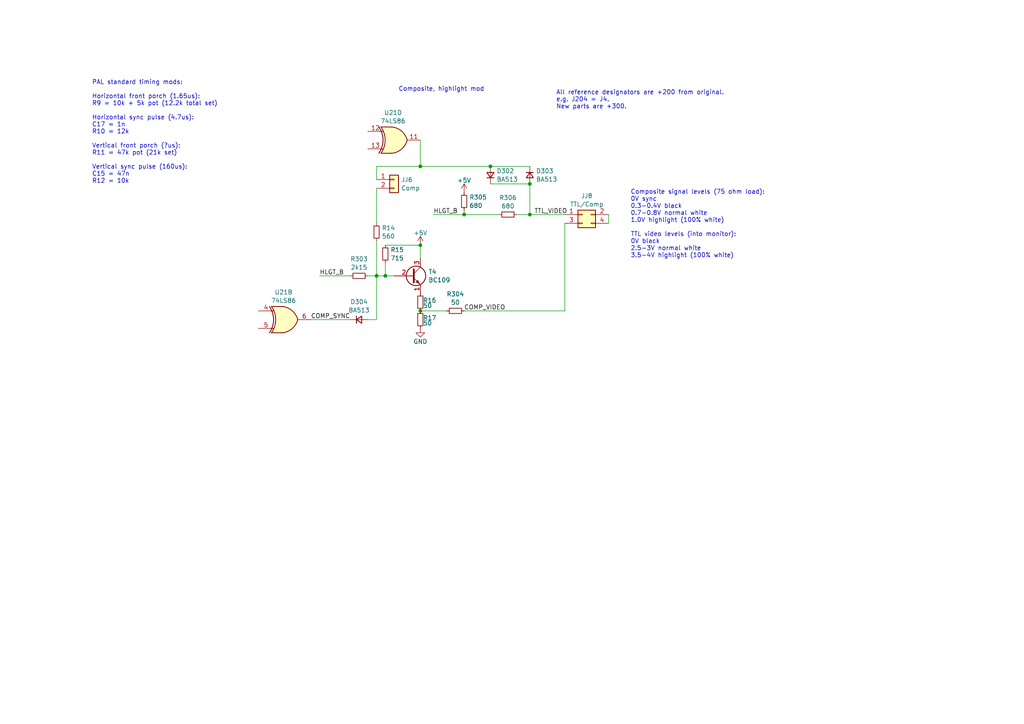
<source format=kicad_sch>
(kicad_sch (version 20230121) (generator eeschema)
  (paper "A4")
  (title_block (title "Iskra Delta Partner Video (text) 30 797 044") (date "2023-08-17") (rev "1") (company "Jernej Jakob <jernej.jakob@gmail.com>") (comment 1 "reverse engineered by hand"))
  (lib_symbols
    (symbol "74xx:74LS86" (pin_names (offset 1.016))
      (property "Reference" "U" (at 0 1.27 0))
      (property "Value" "74LS86" (at 0 -1.27 0))
      (symbol "74LS86_1_0"
        (arc (start -4.4196 -3.81) (mid -3.2033 0) (end -4.4196 3.81) (stroke (width 0.254)))
        (arc (start -3.81 -3.81) (mid -2.589 0) (end -3.81 3.81) (stroke (width 0.254)))
        (arc (start -0.6096 -3.81) (mid 2.1842 -2.5851) (end 3.81 0) (stroke (width 0.254)) (fill (type background)))
        (polyline (pts (xy -3.81 -3.81) (xy -0.635 -3.81)) (stroke (width 0.254)) (fill (type background)))
        (polyline (pts (xy -3.81 3.81) (xy -0.635 3.81)) (stroke (width 0.254)) (fill (type background)))
        (polyline (pts (xy -0.635 3.81) (xy -3.81 3.81) (xy -3.81 3.81) (xy -3.556 3.4036) (xy -3.0226 2.2606) (xy -2.6924 1.0414) (xy -2.6162 -0.254) (xy -2.7686 -1.4986) (xy -3.175 -2.7178) (xy -3.81 -3.81) (xy -3.81 -3.81) (xy -0.635 -3.81)) (stroke (width -25.4)) (fill (type background)))
        (arc (start 3.81 0) (mid 2.1915 2.5936) (end -0.6096 3.81) (stroke (width 0.254)) (fill (type background)))
        (pin input line (at -7.62 2.54 0) (length 4.445) (name "~") (number "1"))
        (pin input line (at -7.62 -2.54 0) (length 4.445) (name "~") (number "2"))
        (pin output line (at 7.62 0 180) (length 3.81) (name "~") (number "3"))
      )
      (symbol "74LS86_1_1"
        (polyline (pts (xy -3.81 -2.54) (xy -3.175 -2.54)) (stroke (width 0.1524)))
        (polyline (pts (xy -3.81 2.54) (xy -3.175 2.54)) (stroke (width 0.1524)))
      )
      (symbol "74LS86_2_0"
        (arc (start -4.4196 -3.81) (mid -3.2033 0) (end -4.4196 3.81) (stroke (width 0.254)))
        (arc (start -3.81 -3.81) (mid -2.589 0) (end -3.81 3.81) (stroke (width 0.254)))
        (arc (start -0.6096 -3.81) (mid 2.1842 -2.5851) (end 3.81 0) (stroke (width 0.254)) (fill (type background)))
        (polyline (pts (xy -3.81 -3.81) (xy -0.635 -3.81)) (stroke (width 0.254)) (fill (type background)))
        (polyline (pts (xy -3.81 3.81) (xy -0.635 3.81)) (stroke (width 0.254)) (fill (type background)))
        (polyline (pts (xy -0.635 3.81) (xy -3.81 3.81) (xy -3.81 3.81) (xy -3.556 3.4036) (xy -3.0226 2.2606) (xy -2.6924 1.0414) (xy -2.6162 -0.254) (xy -2.7686 -1.4986) (xy -3.175 -2.7178) (xy -3.81 -3.81) (xy -3.81 -3.81) (xy -0.635 -3.81)) (stroke (width -25.4)) (fill (type background)))
        (arc (start 3.81 0) (mid 2.1915 2.5936) (end -0.6096 3.81) (stroke (width 0.254)) (fill (type background)))
        (pin input line (at -7.62 2.54 0) (length 4.445) (name "~") (number "4"))
        (pin input line (at -7.62 -2.54 0) (length 4.445) (name "~") (number "5"))
        (pin output line (at 7.62 0 180) (length 3.81) (name "~") (number "6"))
      )
      (symbol "74LS86_2_1"
        (polyline (pts (xy -3.81 -2.54) (xy -3.175 -2.54)) (stroke (width 0.1524)))
        (polyline (pts (xy -3.81 2.54) (xy -3.175 2.54)) (stroke (width 0.1524)))
      )
      (symbol "74LS86_3_0"
        (arc (start -4.4196 -3.81) (mid -3.2033 0) (end -4.4196 3.81) (stroke (width 0.254)))
        (arc (start -3.81 -3.81) (mid -2.589 0) (end -3.81 3.81) (stroke (width 0.254)))
        (arc (start -0.6096 -3.81) (mid 2.1842 -2.5851) (end 3.81 0) (stroke (width 0.254)) (fill (type background)))
        (polyline (pts (xy -3.81 -3.81) (xy -0.635 -3.81)) (stroke (width 0.254)) (fill (type background)))
        (polyline (pts (xy -3.81 3.81) (xy -0.635 3.81)) (stroke (width 0.254)) (fill (type background)))
        (polyline (pts (xy -0.635 3.81) (xy -3.81 3.81) (xy -3.81 3.81) (xy -3.556 3.4036) (xy -3.0226 2.2606) (xy -2.6924 1.0414) (xy -2.6162 -0.254) (xy -2.7686 -1.4986) (xy -3.175 -2.7178) (xy -3.81 -3.81) (xy -3.81 -3.81) (xy -0.635 -3.81)) (stroke (width -25.4)) (fill (type background)))
        (arc (start 3.81 0) (mid 2.1915 2.5936) (end -0.6096 3.81) (stroke (width 0.254)) (fill (type background)))
        (pin input line (at -7.62 -2.54 0) (length 4.445) (name "~") (number "10"))
        (pin output line (at 7.62 0 180) (length 3.81) (name "~") (number "8"))
        (pin input line (at -7.62 2.54 0) (length 4.445) (name "~") (number "9"))
      )
      (symbol "74LS86_3_1"
        (polyline (pts (xy -3.81 -2.54) (xy -3.175 -2.54)) (stroke (width 0.1524)))
        (polyline (pts (xy -3.81 2.54) (xy -3.175 2.54)) (stroke (width 0.1524)))
      )
      (symbol "74LS86_4_0"
        (arc (start -4.4196 -3.81) (mid -3.2033 0) (end -4.4196 3.81) (stroke (width 0.254)))
        (arc (start -3.81 -3.81) (mid -2.589 0) (end -3.81 3.81) (stroke (width 0.254)))
        (arc (start -0.6096 -3.81) (mid 2.1842 -2.5851) (end 3.81 0) (stroke (width 0.254)) (fill (type background)))
        (polyline (pts (xy -3.81 -3.81) (xy -0.635 -3.81)) (stroke (width 0.254)) (fill (type background)))
        (polyline (pts (xy -3.81 3.81) (xy -0.635 3.81)) (stroke (width 0.254)) (fill (type background)))
        (polyline (pts (xy -0.635 3.81) (xy -3.81 3.81) (xy -3.81 3.81) (xy -3.556 3.4036) (xy -3.0226 2.2606) (xy -2.6924 1.0414) (xy -2.6162 -0.254) (xy -2.7686 -1.4986) (xy -3.175 -2.7178) (xy -3.81 -3.81) (xy -3.81 -3.81) (xy -0.635 -3.81)) (stroke (width -25.4)) (fill (type background)))
        (arc (start 3.81 0) (mid 2.1915 2.5936) (end -0.6096 3.81) (stroke (width 0.254)) (fill (type background)))
        (pin output line (at 7.62 0 180) (length 3.81) (name "~") (number "11"))
        (pin input line (at -7.62 2.54 0) (length 4.445) (name "~") (number "12"))
        (pin input line (at -7.62 -2.54 0) (length 4.445) (name "~") (number "13"))
      )
      (symbol "74LS86_4_1"
        (polyline (pts (xy -3.81 -2.54) (xy -3.175 -2.54)) (stroke (width 0.1524)))
        (polyline (pts (xy -3.81 2.54) (xy -3.175 2.54)) (stroke (width 0.1524)))
      )
      (symbol "74LS86_5_0"
        (pin power_in line (at 0 12.7 270) (length 5.08) (name "VCC") (number "14"))
        (pin power_in line (at 0 -12.7 90) (length 5.08) (name "GND") (number "7"))
      )
      (symbol "74LS86_5_1"
        (rectangle (start -5.08 7.62) (end 5.08 -7.62) (stroke (width 0.254)) (fill (type background)))
      )
    )
    (symbol "Connector_Generic:Conn_01x02" (pin_names (offset 1.016) hide)
      (property "Reference" "J" (at 0 2.54 0))
      (property "Value" "Conn_01x02" (at 0 -5.08 0))
      (symbol "Conn_01x02_1_1"
        (rectangle (start -1.27 -2.413) (end 0 -2.667) (stroke (width 0.1524)))
        (rectangle (start -1.27 0.127) (end 0 -0.127) (stroke (width 0.1524)))
        (rectangle (start -1.27 1.27) (end 1.27 -3.81) (stroke (width 0.254)) (fill (type background)))
        (pin passive line (at -5.08 0 0) (length 3.81) (name "Pin_1") (number "1"))
        (pin passive line (at -5.08 -2.54 0) (length 3.81) (name "Pin_2") (number "2"))
      )
    )
    (symbol "Connector_Generic:Conn_02x02_Odd_Even" (pin_names (offset 1.016) hide)
      (property "Reference" "J" (at 1.27 2.54 0))
      (property "Value" "Conn_02x02_Odd_Even" (at 1.27 -5.08 0))
      (symbol "Conn_02x02_Odd_Even_1_1"
        (rectangle (start -1.27 -2.413) (end 0 -2.667) (stroke (width 0.1524)))
        (rectangle (start -1.27 0.127) (end 0 -0.127) (stroke (width 0.1524)))
        (rectangle (start -1.27 1.27) (end 3.81 -3.81) (stroke (width 0.254)) (fill (type background)))
        (rectangle (start 3.81 -2.413) (end 2.54 -2.667) (stroke (width 0.1524)))
        (rectangle (start 3.81 0.127) (end 2.54 -0.127) (stroke (width 0.1524)))
        (pin passive line (at -5.08 0 0) (length 3.81) (name "Pin_1") (number "1"))
        (pin passive line (at 7.62 0 180) (length 3.81) (name "Pin_2") (number "2"))
        (pin passive line (at -5.08 -2.54 0) (length 3.81) (name "Pin_3") (number "3"))
        (pin passive line (at 7.62 -2.54 180) (length 3.81) (name "Pin_4") (number "4"))
      )
    )
    (symbol "Device:D_Small" (pin_numbers hide) (pin_names (offset 0.254) hide)
      (property "Reference" "D" (at -1.27 2.032 0))
      (property "Value" "D_Small" (at -3.81 -2.032 0))
      (symbol "D_Small_0_1"
        (polyline (pts (xy -0.762 -1.016) (xy -0.762 1.016)) (stroke (width 0.254)))
        (polyline (pts (xy -0.762 0) (xy 0.762 0)))
        (polyline (pts (xy 0.762 -1.016) (xy -0.762 0) (xy 0.762 1.016) (xy 0.762 -1.016)) (stroke (width 0.254)))
      )
      (symbol "D_Small_1_1"
        (pin passive line (at -2.54 0 0) (length 1.778) (name "K") (number "1"))
        (pin passive line (at 2.54 0 180) (length 1.778) (name "A") (number "2"))
      )
    )
    (symbol "Device:R_Small" (pin_numbers hide) (pin_names (offset 0.254) hide)
      (property "Reference" "R" (at 0.762 0.508 0))
      (property "Value" "R_Small" (at 0.762 -1.016 0))
      (symbol "R_Small_0_1"
        (rectangle (start -0.762 1.778) (end 0.762 -1.778) (stroke (width 0.2032)))
      )
      (symbol "R_Small_1_1"
        (pin passive line (at 0 2.54 270) (length 0.762) (name "~") (number "1"))
        (pin passive line (at 0 -2.54 90) (length 0.762) (name "~") (number "2"))
      )
    )
    (symbol "Transistor_BJT:BC109" (pin_names (offset 0) hide)
      (property "Reference" "Q" (at 5.08 1.905 0))
      (property "Value" "BC109" (at 5.08 0 0))
      (symbol "BC109_0_1"
        (polyline (pts (xy 0.635 0.635) (xy 2.54 2.54)))
        (polyline (pts (xy 0.635 -0.635) (xy 2.54 -2.54) (xy 2.54 -2.54)))
        (polyline (pts (xy 0.635 1.905) (xy 0.635 -1.905) (xy 0.635 -1.905)) (stroke (width 0.508)))
        (polyline (pts (xy 1.27 -1.778) (xy 1.778 -1.27) (xy 2.286 -2.286) (xy 1.27 -1.778) (xy 1.27 -1.778)) (fill (type outline)))
        (circle (center 1.27 0) (radius 2.8194) (stroke (width 0.254)))
      )
      (symbol "BC109_1_1"
        (pin passive line (at 2.54 -5.08 90) (length 2.54) (name "E") (number "1"))
        (pin input line (at -5.08 0 0) (length 5.715) (name "B") (number "2"))
        (pin passive line (at 2.54 5.08 270) (length 2.54) (name "C") (number "3"))
      )
    )
    (symbol "power:+5V" (power) (pin_names (offset 0))
      (property "Value" "+5V" (at 0 3.556 0))
      (symbol "+5V_0_1"
        (polyline (pts (xy -0.762 1.27) (xy 0 2.54)))
        (polyline (pts (xy 0 0) (xy 0 2.54)))
        (polyline (pts (xy 0 2.54) (xy 0.762 1.27)))
      )
      (symbol "+5V_1_1"
        (pin power_in line (at 0 0 90) (length 0) hide (name "+5V") (number "1"))
      )
    )
    (symbol "power:GND" (power) (pin_names (offset 0))
      (property "Value" "GND" (at 0 -3.81 0))
      (symbol "GND_0_1"
        (polyline (pts (xy 0 0) (xy 0 -1.27) (xy 1.27 -1.27) (xy 0 -2.54) (xy -1.27 -1.27) (xy 0 -1.27)))
      )
      (symbol "GND_1_1"
        (pin power_in line (at 0 0 270) (length 0) hide (name "GND") (number "1"))
      )
    )
  )
  (junction (at 121.92 71.12))
  (junction (at 109.22 80.01))
  (junction (at 121.92 90.17))
  (junction (at 134.62 62.23))
  (junction (at 153.67 53.34))
  (junction (at 153.67 62.23))
  (junction (at 121.92 48.26))
  (junction (at 142.24 48.26))
  (junction (at 111.76 80.01))
  (wire (pts (xy 149.86 62.23) (xy 153.67 62.23)))
  (wire (pts (xy 121.92 90.17) (xy 129.54 90.17)))
  (wire (pts (xy 153.67 53.34) (xy 153.67 62.23)))
  (wire (pts (xy 163.83 90.17) (xy 163.83 64.77)))
  (wire (pts (xy 111.76 80.01) (xy 111.76 76.2)))
  (wire (pts (xy 109.22 92.71) (xy 106.68 92.71)))
  (wire (pts (xy 109.22 54.61) (xy 109.22 64.77)))
  (wire (pts (xy 109.22 80.01) (xy 111.76 80.01)))
  (wire (pts (xy 106.68 80.01) (xy 109.22 80.01)))
  (wire (pts (xy 153.67 62.23) (xy 163.83 62.23)))
  (wire (pts (xy 121.92 48.26) (xy 121.92 40.64)))
  (wire (pts (xy 90.17 92.71) (xy 101.6 92.71)))
  (wire (pts (xy 109.22 48.26) (xy 121.92 48.26)))
  (wire (pts (xy 111.76 71.12) (xy 121.92 71.12)))
  (wire (pts (xy 176.53 64.77) (xy 176.53 62.23)))
  (wire (pts (xy 142.24 53.34) (xy 153.67 53.34)))
  (wire (pts (xy 134.62 90.17) (xy 163.83 90.17)))
  (wire (pts (xy 125.73 62.23) (xy 134.62 62.23)))
  (wire (pts (xy 142.24 48.26) (xy 153.67 48.26)))
  (wire (pts (xy 121.92 48.26) (xy 142.24 48.26)))
  (wire (pts (xy 144.78 62.23) (xy 134.62 62.23)))
  (wire (pts (xy 134.62 62.23) (xy 134.62 60.96)))
  (wire (pts (xy 109.22 52.07) (xy 109.22 48.26)))
  (wire (pts (xy 109.22 69.85) (xy 109.22 80.01)))
  (wire (pts (xy 109.22 80.01) (xy 109.22 92.71)))
  (wire (pts (xy 121.92 71.12) (xy 121.92 74.93)))
  (wire (pts (xy 114.3 80.01) (xy 111.76 80.01)))
  (wire (pts (xy 92.71 80.01) (xy 101.6 80.01)))
  (text "Composite signal levels (75 ohm load):\n0V sync\n0.3-0.4V black\n0.7-0.8V normal white\n1.0V highlight (100% white)\n\nTTL video levels (into monitor):\n0V black\n2.5-3V normal white\n3.5-4V highlight (100% white)" (at 182.88 74.93 0) (effects (font (size 1.27 1.27)) (justify left bottom)))
  (text "Composite, highlight mod" (at 115.57 26.67 0) (effects (font (size 1.27 1.27)) (justify left bottom)))
  (text "PAL standard timing mods:\n\nHorizontal front porch (1.65us):\nR9 = 10k + 5k pot (12.2k total set)\n\nHorizontal sync pulse (4.7us):\nC17 = 1n\nR10 = 12k\n\nVertical front porch (?us):\nR11 = 47k pot (21k set)\n\nVertical sync pulse (160us):\nC15 = 47n\nR12 = 10k" (at 26.67 53.34 0) (effects (font (size 1.27 1.27)) (justify left bottom)))
  (text "All reference designators are +200 from original.\ne.g. J204 = J4.\nNew parts are +300." (at 161.29 31.75 0) (effects (font (size 1.27 1.27)) (justify left bottom)))
  (label "TTL_VIDEO" (at 154.94 62.23 0))
  (label "COMP_SYNC" (at 90.17 92.71 0))
  (label "COMP_VIDEO" (at 134.62 90.17 0))
  (label "HLGT_B" (at 92.71 80.01 0))
  (label "HLGT_B" (at 125.73 62.23 0))
  (symbol (lib_id "Device:D_Small") (at 153.67 50.8 270) (unit 1)
    (property "Reference" "D303" (at 155.448 49.5879 90) (effects (justify left)))
    (property "Value" "BA513" (at 155.448 52.0121 90) (effects (justify left)))
    (property "Sim.Device" "D" (effects hide))
    (property "Sim.Pins" "1=K 2=A" (effects hide))
  )
  (symbol (lib_id "power:+5V") (at 121.92 71.12 0) (unit 1)
    (property "Reference" "#PWR0155" (effects hide))
    (property "Value" "+5V" (at 121.92 67.564 0))
    (instances (project "partner_video" (path "" (reference "#PWR0155") (unit 1)) (path "" (reference "#PWR0158") (unit 1))))
  )
  (symbol (lib_id "Connector_Generic:Conn_01x02") (at 114.3 52.07 0) (unit 1)
    (property "Reference" "JJ6" (at 116.332 52.1279 0) (effects (justify left)))
    (property "Value" "Comp" (at 116.332 54.5521 0) (effects (justify left)))
    (instances (project "partner_video" (path "" (reference "JJ6") (unit 1)) (path "" (reference "JJ206") (unit 1))))
  )
  (symbol (lib_id "Device:D_Small") (at 104.14 92.71 0) (unit 1)
    (property "Reference" "D304" (at 104.14 87.5497 0))
    (property "Value" "BA513" (at 104.14 89.9739 0))
    (property "Sim.Device" "D" (effects hide))
    (property "Sim.Pins" "1=K 2=A" (effects hide))
  )
  (symbol (lib_id "Device:R_Small") (at 147.32 62.23 90) (unit 1)
    (property "Reference" "R306" (at 147.32 57.3491 90))
    (property "Value" "680" (at 147.32 59.7733 90))
  )
  (symbol (lib_id "74xx:74LS86") (at 114.3 40.64 0) (unit 4)
    (property "Reference" "U21" (at 113.9952 32.6857 0))
    (property "Value" "74LS86" (at 113.9952 35.1099 0))
    (property "Datasheet" "74xx/74ls86.pdf" (effects hide))
    (instances (project "partner_video" (path "" (reference "U21") (unit 4)) (path "" (reference "U221") (unit 4))))
  )
  (symbol (lib_id "Connector_Generic:Conn_02x02_Odd_Even") (at 168.91 62.23 0) (unit 1)
    (property "Reference" "JJ8" (at 170.18 56.8157 0))
    (property "Value" "TTL/Comp" (at 170.18 59.2399 0))
    (instances (project "partner_video" (path "" (reference "JJ8") (unit 1)) (path "" (reference "JJ2") (unit 1))))
  )
  (symbol (lib_id "Transistor_BJT:BC109") (at 119.38 80.01 0) (unit 1)
    (property "Reference" "T4" (at 124.2314 78.7979 0) (effects (justify left)))
    (property "Value" "BC109" (at 124.2314 81.2221 0) (effects (justify left)))
    (property "Footprint" "Package_TO_SOT_THT:TO-18-3" (effects hide))
    (property "Datasheet" "http://www.farnell.com/datasheets/296634.pdf" (effects hide))
    (instances (project "partner_video" (path "" (reference "T4") (unit 1)) (path "" (reference "T204") (unit 1))))
  )
  (symbol (lib_id "Device:R_Small") (at 121.92 92.71 0) (unit 1)
    (property "Reference" "R17" (at 122.682 92.202 0) (effects (justify left)))
    (property "Value" "50" (at 122.682 93.726 0) (effects (justify left)))
    (instances (project "partner_video" (path "" (reference "R17") (unit 1)) (path "" (reference "R217") (unit 1))))
  )
  (symbol (lib_id "Device:D_Small") (at 142.24 50.8 90) (unit 1)
    (property "Reference" "D302" (at 144.018 49.5879 90) (effects (justify right)))
    (property "Value" "BA513" (at 144.018 52.0121 90) (effects (justify right)))
    (property "Sim.Device" "D" (effects hide))
    (property "Sim.Pins" "1=K 2=A" (effects hide))
  )
  (symbol (lib_id "Device:R_Small") (at 109.22 67.31 0) (unit 1)
    (property "Reference" "R14" (at 110.7186 66.0979 0) (effects (justify left)))
    (property "Value" "560" (at 110.7186 68.5221 0) (effects (justify left)))
    (instances (project "partner_video" (path "" (reference "R14") (unit 1)) (path "" (reference "R214") (unit 1))))
  )
  (symbol (lib_id "Device:R_Small") (at 111.76 73.66 0) (unit 1)
    (property "Reference" "R15" (at 113.2586 72.4479 0) (effects (justify left)))
    (property "Value" "715" (at 113.2586 74.8721 0) (effects (justify left)))
    (instances (project "partner_video" (path "" (reference "R15") (unit 1)) (path "" (reference "R215") (unit 1))))
  )
  (symbol (lib_id "power:+5V") (at 134.62 55.88 0) (unit 1)
    (property "Reference" "#PWR0155" (effects hide))
    (property "Value" "+5V" (at 134.62 52.324 0))
    (instances (project "partner_video" (path "" (reference "#PWR0155") (unit 1)) (path "" (reference "#PWR0160") (unit 1))))
  )
  (symbol (lib_id "power:GND") (at 121.92 95.25 0) (unit 1)
    (property "Reference" "#PWR0154" (effects hide))
    (property "Value" "GND" (at 121.92 99.06 0))
    (instances (project "partner_video" (path "" (reference "#PWR0154") (unit 1)) (path "" (reference "#PWR0159") (unit 1))))
  )
  (symbol (lib_id "Device:R_Small") (at 132.08 90.17 90) (unit 1)
    (property "Reference" "R304" (at 132.08 85.2891 90))
    (property "Value" "50" (at 132.08 87.7133 90))
  )
  (symbol (lib_id "Device:R_Small") (at 104.14 80.01 90) (unit 1)
    (property "Reference" "R303" (at 104.14 75.1291 90))
    (property "Value" "2k15" (at 104.14 77.5533 90))
  )
  (symbol (lib_id "Device:R_Small") (at 134.62 58.42 0) (unit 1)
    (property "Reference" "R305" (at 136.1186 57.2079 0) (effects (justify left)))
    (property "Value" "680" (at 136.1186 59.6321 0) (effects (justify left)))
  )
  (symbol (lib_id "Device:R_Small") (at 121.92 87.63 0) (unit 1)
    (property "Reference" "R16" (at 122.682 87.122 0) (effects (justify left)))
    (property "Value" "50" (at 122.682 88.646 0) (effects (justify left)))
    (instances (project "partner_video" (path "" (reference "R16") (unit 1)) (path "" (reference "R216") (unit 1))))
  )
  (symbol (lib_id "74xx:74LS86") (at 82.55 92.71 0) (unit 2)
    (property "Reference" "U21" (at 82.2452 84.7557 0))
    (property "Value" "74LS86" (at 82.2452 87.1799 0))
    (property "Datasheet" "74xx/74ls86.pdf" (effects hide))
    (instances (project "partner_video" (path "" (reference "U21") (unit 2)) (path "" (reference "U221") (unit 2))))
  )
)
</source>
